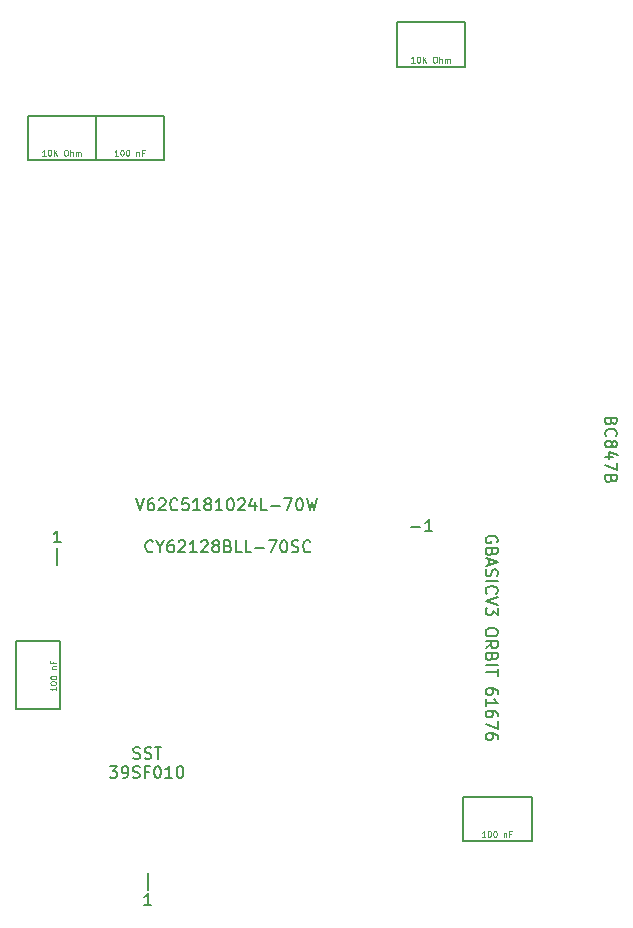
<source format=gbr>
%TF.GenerationSoftware,KiCad,Pcbnew,(6.0.2)*%
%TF.CreationDate,2022-07-10T15:45:18-05:00*%
%TF.ProjectId,REF1395A Optimized,52454631-3339-4354-9120-4f7074696d69,rev?*%
%TF.SameCoordinates,Original*%
%TF.FileFunction,Legend,Top*%
%TF.FilePolarity,Positive*%
%FSLAX46Y46*%
G04 Gerber Fmt 4.6, Leading zero omitted, Abs format (unit mm)*
G04 Created by KiCad (PCBNEW (6.0.2)) date 2022-07-10 15:45:18*
%MOMM*%
%LPD*%
G01*
G04 APERTURE LIST*
%ADD10C,0.150000*%
%ADD11C,0.125000*%
G04 APERTURE END LIST*
D10*
X171248428Y-90124857D02*
X171200809Y-90267714D01*
X171153190Y-90315333D01*
X171057952Y-90362952D01*
X170915095Y-90362952D01*
X170819857Y-90315333D01*
X170772238Y-90267714D01*
X170724619Y-90172476D01*
X170724619Y-89791523D01*
X171724619Y-89791523D01*
X171724619Y-90124857D01*
X171677000Y-90220095D01*
X171629380Y-90267714D01*
X171534142Y-90315333D01*
X171438904Y-90315333D01*
X171343666Y-90267714D01*
X171296047Y-90220095D01*
X171248428Y-90124857D01*
X171248428Y-89791523D01*
X170819857Y-91362952D02*
X170772238Y-91315333D01*
X170724619Y-91172476D01*
X170724619Y-91077238D01*
X170772238Y-90934380D01*
X170867476Y-90839142D01*
X170962714Y-90791523D01*
X171153190Y-90743904D01*
X171296047Y-90743904D01*
X171486523Y-90791523D01*
X171581761Y-90839142D01*
X171677000Y-90934380D01*
X171724619Y-91077238D01*
X171724619Y-91172476D01*
X171677000Y-91315333D01*
X171629380Y-91362952D01*
X171296047Y-91934380D02*
X171343666Y-91839142D01*
X171391285Y-91791523D01*
X171486523Y-91743904D01*
X171534142Y-91743904D01*
X171629380Y-91791523D01*
X171677000Y-91839142D01*
X171724619Y-91934380D01*
X171724619Y-92124857D01*
X171677000Y-92220095D01*
X171629380Y-92267714D01*
X171534142Y-92315333D01*
X171486523Y-92315333D01*
X171391285Y-92267714D01*
X171343666Y-92220095D01*
X171296047Y-92124857D01*
X171296047Y-91934380D01*
X171248428Y-91839142D01*
X171200809Y-91791523D01*
X171105571Y-91743904D01*
X170915095Y-91743904D01*
X170819857Y-91791523D01*
X170772238Y-91839142D01*
X170724619Y-91934380D01*
X170724619Y-92124857D01*
X170772238Y-92220095D01*
X170819857Y-92267714D01*
X170915095Y-92315333D01*
X171105571Y-92315333D01*
X171200809Y-92267714D01*
X171248428Y-92220095D01*
X171296047Y-92124857D01*
X171391285Y-93172476D02*
X170724619Y-93172476D01*
X171772238Y-92934380D02*
X171057952Y-92696285D01*
X171057952Y-93315333D01*
X171724619Y-93601047D02*
X171724619Y-94267714D01*
X170724619Y-93839142D01*
X171248428Y-94982000D02*
X171200809Y-95124857D01*
X171153190Y-95172476D01*
X171057952Y-95220095D01*
X170915095Y-95220095D01*
X170819857Y-95172476D01*
X170772238Y-95124857D01*
X170724619Y-95029619D01*
X170724619Y-94648666D01*
X171724619Y-94648666D01*
X171724619Y-94982000D01*
X171677000Y-95077238D01*
X171629380Y-95124857D01*
X171534142Y-95172476D01*
X171438904Y-95172476D01*
X171343666Y-95124857D01*
X171296047Y-95077238D01*
X171248428Y-94982000D01*
X171248428Y-94648666D01*
X158694000Y-121889000D02*
X164498000Y-121889000D01*
X164498000Y-121889000D02*
X164498000Y-125619000D01*
X164498000Y-125619000D02*
X158694000Y-125619000D01*
X158694000Y-125619000D02*
X158694000Y-121889000D01*
D11*
X160577714Y-125288190D02*
X160292000Y-125288190D01*
X160434857Y-125288190D02*
X160434857Y-124788190D01*
X160387238Y-124859619D01*
X160339619Y-124907238D01*
X160292000Y-124931047D01*
X160887238Y-124788190D02*
X160934857Y-124788190D01*
X160982476Y-124812000D01*
X161006285Y-124835809D01*
X161030095Y-124883428D01*
X161053904Y-124978666D01*
X161053904Y-125097714D01*
X161030095Y-125192952D01*
X161006285Y-125240571D01*
X160982476Y-125264380D01*
X160934857Y-125288190D01*
X160887238Y-125288190D01*
X160839619Y-125264380D01*
X160815809Y-125240571D01*
X160792000Y-125192952D01*
X160768190Y-125097714D01*
X160768190Y-124978666D01*
X160792000Y-124883428D01*
X160815809Y-124835809D01*
X160839619Y-124812000D01*
X160887238Y-124788190D01*
X161363428Y-124788190D02*
X161411047Y-124788190D01*
X161458666Y-124812000D01*
X161482476Y-124835809D01*
X161506285Y-124883428D01*
X161530095Y-124978666D01*
X161530095Y-125097714D01*
X161506285Y-125192952D01*
X161482476Y-125240571D01*
X161458666Y-125264380D01*
X161411047Y-125288190D01*
X161363428Y-125288190D01*
X161315809Y-125264380D01*
X161292000Y-125240571D01*
X161268190Y-125192952D01*
X161244380Y-125097714D01*
X161244380Y-124978666D01*
X161268190Y-124883428D01*
X161292000Y-124835809D01*
X161315809Y-124812000D01*
X161363428Y-124788190D01*
X162125333Y-124954857D02*
X162125333Y-125288190D01*
X162125333Y-125002476D02*
X162149142Y-124978666D01*
X162196761Y-124954857D01*
X162268190Y-124954857D01*
X162315809Y-124978666D01*
X162339619Y-125026285D01*
X162339619Y-125288190D01*
X162744380Y-125026285D02*
X162577714Y-125026285D01*
X162577714Y-125288190D02*
X162577714Y-124788190D01*
X162815809Y-124788190D01*
D10*
X120833000Y-114497000D02*
X124563000Y-114497000D01*
X124563000Y-114497000D02*
X124563000Y-108693000D01*
X124563000Y-108693000D02*
X120833000Y-108693000D01*
X120833000Y-108693000D02*
X120833000Y-114497000D01*
D11*
X124232190Y-112613285D02*
X124232190Y-112899000D01*
X124232190Y-112756142D02*
X123732190Y-112756142D01*
X123803619Y-112803761D01*
X123851238Y-112851380D01*
X123875047Y-112899000D01*
X123732190Y-112303761D02*
X123732190Y-112256142D01*
X123756000Y-112208523D01*
X123779809Y-112184714D01*
X123827428Y-112160904D01*
X123922666Y-112137095D01*
X124041714Y-112137095D01*
X124136952Y-112160904D01*
X124184571Y-112184714D01*
X124208380Y-112208523D01*
X124232190Y-112256142D01*
X124232190Y-112303761D01*
X124208380Y-112351380D01*
X124184571Y-112375190D01*
X124136952Y-112399000D01*
X124041714Y-112422809D01*
X123922666Y-112422809D01*
X123827428Y-112399000D01*
X123779809Y-112375190D01*
X123756000Y-112351380D01*
X123732190Y-112303761D01*
X123732190Y-111827571D02*
X123732190Y-111779952D01*
X123756000Y-111732333D01*
X123779809Y-111708523D01*
X123827428Y-111684714D01*
X123922666Y-111660904D01*
X124041714Y-111660904D01*
X124136952Y-111684714D01*
X124184571Y-111708523D01*
X124208380Y-111732333D01*
X124232190Y-111779952D01*
X124232190Y-111827571D01*
X124208380Y-111875190D01*
X124184571Y-111899000D01*
X124136952Y-111922809D01*
X124041714Y-111946619D01*
X123922666Y-111946619D01*
X123827428Y-111922809D01*
X123779809Y-111899000D01*
X123756000Y-111875190D01*
X123732190Y-111827571D01*
X123898857Y-111065666D02*
X124232190Y-111065666D01*
X123946476Y-111065666D02*
X123922666Y-111041857D01*
X123898857Y-110994238D01*
X123898857Y-110922809D01*
X123922666Y-110875190D01*
X123970285Y-110851380D01*
X124232190Y-110851380D01*
X123970285Y-110446619D02*
X123970285Y-110613285D01*
X124232190Y-110613285D02*
X123732190Y-110613285D01*
X123732190Y-110375190D01*
D10*
X158838000Y-56335000D02*
X153080000Y-56335000D01*
X153080000Y-56335000D02*
X153080000Y-60080000D01*
X153080000Y-60080000D02*
X158838000Y-60080000D01*
X158838000Y-60080000D02*
X158838000Y-56335000D01*
D11*
X154585857Y-59734190D02*
X154300142Y-59734190D01*
X154443000Y-59734190D02*
X154443000Y-59234190D01*
X154395380Y-59305619D01*
X154347761Y-59353238D01*
X154300142Y-59377047D01*
X154895380Y-59234190D02*
X154943000Y-59234190D01*
X154990619Y-59258000D01*
X155014428Y-59281809D01*
X155038238Y-59329428D01*
X155062047Y-59424666D01*
X155062047Y-59543714D01*
X155038238Y-59638952D01*
X155014428Y-59686571D01*
X154990619Y-59710380D01*
X154943000Y-59734190D01*
X154895380Y-59734190D01*
X154847761Y-59710380D01*
X154823952Y-59686571D01*
X154800142Y-59638952D01*
X154776333Y-59543714D01*
X154776333Y-59424666D01*
X154800142Y-59329428D01*
X154823952Y-59281809D01*
X154847761Y-59258000D01*
X154895380Y-59234190D01*
X155276333Y-59734190D02*
X155276333Y-59234190D01*
X155562047Y-59734190D02*
X155347761Y-59448476D01*
X155562047Y-59234190D02*
X155276333Y-59519904D01*
X156252523Y-59234190D02*
X156347761Y-59234190D01*
X156395380Y-59258000D01*
X156443000Y-59305619D01*
X156466809Y-59400857D01*
X156466809Y-59567523D01*
X156443000Y-59662761D01*
X156395380Y-59710380D01*
X156347761Y-59734190D01*
X156252523Y-59734190D01*
X156204904Y-59710380D01*
X156157285Y-59662761D01*
X156133476Y-59567523D01*
X156133476Y-59400857D01*
X156157285Y-59305619D01*
X156204904Y-59258000D01*
X156252523Y-59234190D01*
X156681095Y-59734190D02*
X156681095Y-59234190D01*
X156895380Y-59734190D02*
X156895380Y-59472285D01*
X156871571Y-59424666D01*
X156823952Y-59400857D01*
X156752523Y-59400857D01*
X156704904Y-59424666D01*
X156681095Y-59448476D01*
X157133476Y-59734190D02*
X157133476Y-59400857D01*
X157133476Y-59448476D02*
X157157285Y-59424666D01*
X157204904Y-59400857D01*
X157276333Y-59400857D01*
X157323952Y-59424666D01*
X157347761Y-59472285D01*
X157347761Y-59734190D01*
X157347761Y-59472285D02*
X157371571Y-59424666D01*
X157419190Y-59400857D01*
X157490619Y-59400857D01*
X157538238Y-59424666D01*
X157562047Y-59472285D01*
X157562047Y-59734190D01*
D10*
X127593000Y-64225000D02*
X121835000Y-64225000D01*
X121835000Y-64225000D02*
X121835000Y-67970000D01*
X121835000Y-67970000D02*
X127593000Y-67970000D01*
X127593000Y-67970000D02*
X127593000Y-64225000D01*
X127593000Y-64225000D02*
X133397000Y-64225000D01*
X133397000Y-64225000D02*
X133397000Y-67955000D01*
X133397000Y-67955000D02*
X127593000Y-67955000D01*
X127593000Y-67955000D02*
X127593000Y-64225000D01*
D11*
X129476714Y-67624190D02*
X129191000Y-67624190D01*
X129333857Y-67624190D02*
X129333857Y-67124190D01*
X129286238Y-67195619D01*
X129238619Y-67243238D01*
X129191000Y-67267047D01*
X129786238Y-67124190D02*
X129833857Y-67124190D01*
X129881476Y-67148000D01*
X129905285Y-67171809D01*
X129929095Y-67219428D01*
X129952904Y-67314666D01*
X129952904Y-67433714D01*
X129929095Y-67528952D01*
X129905285Y-67576571D01*
X129881476Y-67600380D01*
X129833857Y-67624190D01*
X129786238Y-67624190D01*
X129738619Y-67600380D01*
X129714809Y-67576571D01*
X129691000Y-67528952D01*
X129667190Y-67433714D01*
X129667190Y-67314666D01*
X129691000Y-67219428D01*
X129714809Y-67171809D01*
X129738619Y-67148000D01*
X129786238Y-67124190D01*
X130262428Y-67124190D02*
X130310047Y-67124190D01*
X130357666Y-67148000D01*
X130381476Y-67171809D01*
X130405285Y-67219428D01*
X130429095Y-67314666D01*
X130429095Y-67433714D01*
X130405285Y-67528952D01*
X130381476Y-67576571D01*
X130357666Y-67600380D01*
X130310047Y-67624190D01*
X130262428Y-67624190D01*
X130214809Y-67600380D01*
X130191000Y-67576571D01*
X130167190Y-67528952D01*
X130143380Y-67433714D01*
X130143380Y-67314666D01*
X130167190Y-67219428D01*
X130191000Y-67171809D01*
X130214809Y-67148000D01*
X130262428Y-67124190D01*
X131024333Y-67290857D02*
X131024333Y-67624190D01*
X131024333Y-67338476D02*
X131048142Y-67314666D01*
X131095761Y-67290857D01*
X131167190Y-67290857D01*
X131214809Y-67314666D01*
X131238619Y-67362285D01*
X131238619Y-67624190D01*
X131643380Y-67362285D02*
X131476714Y-67362285D01*
X131476714Y-67624190D02*
X131476714Y-67124190D01*
X131714809Y-67124190D01*
X123340857Y-67624190D02*
X123055142Y-67624190D01*
X123198000Y-67624190D02*
X123198000Y-67124190D01*
X123150380Y-67195619D01*
X123102761Y-67243238D01*
X123055142Y-67267047D01*
X123650380Y-67124190D02*
X123698000Y-67124190D01*
X123745619Y-67148000D01*
X123769428Y-67171809D01*
X123793238Y-67219428D01*
X123817047Y-67314666D01*
X123817047Y-67433714D01*
X123793238Y-67528952D01*
X123769428Y-67576571D01*
X123745619Y-67600380D01*
X123698000Y-67624190D01*
X123650380Y-67624190D01*
X123602761Y-67600380D01*
X123578952Y-67576571D01*
X123555142Y-67528952D01*
X123531333Y-67433714D01*
X123531333Y-67314666D01*
X123555142Y-67219428D01*
X123578952Y-67171809D01*
X123602761Y-67148000D01*
X123650380Y-67124190D01*
X124031333Y-67624190D02*
X124031333Y-67124190D01*
X124317047Y-67624190D02*
X124102761Y-67338476D01*
X124317047Y-67124190D02*
X124031333Y-67409904D01*
X125007523Y-67124190D02*
X125102761Y-67124190D01*
X125150380Y-67148000D01*
X125198000Y-67195619D01*
X125221809Y-67290857D01*
X125221809Y-67457523D01*
X125198000Y-67552761D01*
X125150380Y-67600380D01*
X125102761Y-67624190D01*
X125007523Y-67624190D01*
X124959904Y-67600380D01*
X124912285Y-67552761D01*
X124888476Y-67457523D01*
X124888476Y-67290857D01*
X124912285Y-67195619D01*
X124959904Y-67148000D01*
X125007523Y-67124190D01*
X125436095Y-67624190D02*
X125436095Y-67124190D01*
X125650380Y-67624190D02*
X125650380Y-67362285D01*
X125626571Y-67314666D01*
X125578952Y-67290857D01*
X125507523Y-67290857D01*
X125459904Y-67314666D01*
X125436095Y-67338476D01*
X125888476Y-67624190D02*
X125888476Y-67290857D01*
X125888476Y-67338476D02*
X125912285Y-67314666D01*
X125959904Y-67290857D01*
X126031333Y-67290857D01*
X126078952Y-67314666D01*
X126102761Y-67362285D01*
X126102761Y-67624190D01*
X126102761Y-67362285D02*
X126126571Y-67314666D01*
X126174190Y-67290857D01*
X126245619Y-67290857D01*
X126293238Y-67314666D01*
X126317047Y-67362285D01*
X126317047Y-67624190D01*
D10*
X130770142Y-118645761D02*
X130913000Y-118693380D01*
X131151095Y-118693380D01*
X131246333Y-118645761D01*
X131293952Y-118598142D01*
X131341571Y-118502904D01*
X131341571Y-118407666D01*
X131293952Y-118312428D01*
X131246333Y-118264809D01*
X131151095Y-118217190D01*
X130960619Y-118169571D01*
X130865380Y-118121952D01*
X130817761Y-118074333D01*
X130770142Y-117979095D01*
X130770142Y-117883857D01*
X130817761Y-117788619D01*
X130865380Y-117741000D01*
X130960619Y-117693380D01*
X131198714Y-117693380D01*
X131341571Y-117741000D01*
X131722523Y-118645761D02*
X131865380Y-118693380D01*
X132103476Y-118693380D01*
X132198714Y-118645761D01*
X132246333Y-118598142D01*
X132293952Y-118502904D01*
X132293952Y-118407666D01*
X132246333Y-118312428D01*
X132198714Y-118264809D01*
X132103476Y-118217190D01*
X131913000Y-118169571D01*
X131817761Y-118121952D01*
X131770142Y-118074333D01*
X131722523Y-117979095D01*
X131722523Y-117883857D01*
X131770142Y-117788619D01*
X131817761Y-117741000D01*
X131913000Y-117693380D01*
X132151095Y-117693380D01*
X132293952Y-117741000D01*
X132579666Y-117693380D02*
X133151095Y-117693380D01*
X132865380Y-118693380D02*
X132865380Y-117693380D01*
X128770142Y-119303380D02*
X129389190Y-119303380D01*
X129055857Y-119684333D01*
X129198714Y-119684333D01*
X129293952Y-119731952D01*
X129341571Y-119779571D01*
X129389190Y-119874809D01*
X129389190Y-120112904D01*
X129341571Y-120208142D01*
X129293952Y-120255761D01*
X129198714Y-120303380D01*
X128913000Y-120303380D01*
X128817761Y-120255761D01*
X128770142Y-120208142D01*
X129865380Y-120303380D02*
X130055857Y-120303380D01*
X130151095Y-120255761D01*
X130198714Y-120208142D01*
X130293952Y-120065285D01*
X130341571Y-119874809D01*
X130341571Y-119493857D01*
X130293952Y-119398619D01*
X130246333Y-119351000D01*
X130151095Y-119303380D01*
X129960619Y-119303380D01*
X129865380Y-119351000D01*
X129817761Y-119398619D01*
X129770142Y-119493857D01*
X129770142Y-119731952D01*
X129817761Y-119827190D01*
X129865380Y-119874809D01*
X129960619Y-119922428D01*
X130151095Y-119922428D01*
X130246333Y-119874809D01*
X130293952Y-119827190D01*
X130341571Y-119731952D01*
X130722523Y-120255761D02*
X130865380Y-120303380D01*
X131103476Y-120303380D01*
X131198714Y-120255761D01*
X131246333Y-120208142D01*
X131293952Y-120112904D01*
X131293952Y-120017666D01*
X131246333Y-119922428D01*
X131198714Y-119874809D01*
X131103476Y-119827190D01*
X130913000Y-119779571D01*
X130817761Y-119731952D01*
X130770142Y-119684333D01*
X130722523Y-119589095D01*
X130722523Y-119493857D01*
X130770142Y-119398619D01*
X130817761Y-119351000D01*
X130913000Y-119303380D01*
X131151095Y-119303380D01*
X131293952Y-119351000D01*
X132055857Y-119779571D02*
X131722523Y-119779571D01*
X131722523Y-120303380D02*
X131722523Y-119303380D01*
X132198714Y-119303380D01*
X132770142Y-119303380D02*
X132865380Y-119303380D01*
X132960619Y-119351000D01*
X133008238Y-119398619D01*
X133055857Y-119493857D01*
X133103476Y-119684333D01*
X133103476Y-119922428D01*
X133055857Y-120112904D01*
X133008238Y-120208142D01*
X132960619Y-120255761D01*
X132865380Y-120303380D01*
X132770142Y-120303380D01*
X132674904Y-120255761D01*
X132627285Y-120208142D01*
X132579666Y-120112904D01*
X132532047Y-119922428D01*
X132532047Y-119684333D01*
X132579666Y-119493857D01*
X132627285Y-119398619D01*
X132674904Y-119351000D01*
X132770142Y-119303380D01*
X134055857Y-120303380D02*
X133484428Y-120303380D01*
X133770142Y-120303380D02*
X133770142Y-119303380D01*
X133674904Y-119446238D01*
X133579666Y-119541476D01*
X133484428Y-119589095D01*
X134674904Y-119303380D02*
X134770142Y-119303380D01*
X134865380Y-119351000D01*
X134913000Y-119398619D01*
X134960619Y-119493857D01*
X135008238Y-119684333D01*
X135008238Y-119922428D01*
X134960619Y-120112904D01*
X134913000Y-120208142D01*
X134865380Y-120255761D01*
X134770142Y-120303380D01*
X134674904Y-120303380D01*
X134579666Y-120255761D01*
X134532047Y-120208142D01*
X134484428Y-120112904D01*
X134436809Y-119922428D01*
X134436809Y-119684333D01*
X134484428Y-119493857D01*
X134532047Y-119398619D01*
X134579666Y-119351000D01*
X134674904Y-119303380D01*
X131998000Y-129784714D02*
X131998000Y-128356142D01*
X132283714Y-131061380D02*
X131712285Y-131061380D01*
X131998000Y-131061380D02*
X131998000Y-130061380D01*
X131902761Y-130204238D01*
X131807523Y-130299476D01*
X131712285Y-130347095D01*
X154310857Y-99036428D02*
X155072761Y-99036428D01*
X156072761Y-99417380D02*
X155501333Y-99417380D01*
X155787047Y-99417380D02*
X155787047Y-98417380D01*
X155691809Y-98560238D01*
X155596571Y-98655476D01*
X155501333Y-98703095D01*
X124605714Y-100354380D02*
X124034285Y-100354380D01*
X124320000Y-100354380D02*
X124320000Y-99354380D01*
X124224761Y-99497238D01*
X124129523Y-99592476D01*
X124034285Y-99640095D01*
X124320000Y-102297714D02*
X124320000Y-100869142D01*
X132415857Y-101099142D02*
X132368238Y-101146761D01*
X132225380Y-101194380D01*
X132130142Y-101194380D01*
X131987285Y-101146761D01*
X131892047Y-101051523D01*
X131844428Y-100956285D01*
X131796809Y-100765809D01*
X131796809Y-100622952D01*
X131844428Y-100432476D01*
X131892047Y-100337238D01*
X131987285Y-100242000D01*
X132130142Y-100194380D01*
X132225380Y-100194380D01*
X132368238Y-100242000D01*
X132415857Y-100289619D01*
X133034904Y-100718190D02*
X133034904Y-101194380D01*
X132701571Y-100194380D02*
X133034904Y-100718190D01*
X133368238Y-100194380D01*
X134130142Y-100194380D02*
X133939666Y-100194380D01*
X133844428Y-100242000D01*
X133796809Y-100289619D01*
X133701571Y-100432476D01*
X133653952Y-100622952D01*
X133653952Y-101003904D01*
X133701571Y-101099142D01*
X133749190Y-101146761D01*
X133844428Y-101194380D01*
X134034904Y-101194380D01*
X134130142Y-101146761D01*
X134177761Y-101099142D01*
X134225380Y-101003904D01*
X134225380Y-100765809D01*
X134177761Y-100670571D01*
X134130142Y-100622952D01*
X134034904Y-100575333D01*
X133844428Y-100575333D01*
X133749190Y-100622952D01*
X133701571Y-100670571D01*
X133653952Y-100765809D01*
X134606333Y-100289619D02*
X134653952Y-100242000D01*
X134749190Y-100194380D01*
X134987285Y-100194380D01*
X135082523Y-100242000D01*
X135130142Y-100289619D01*
X135177761Y-100384857D01*
X135177761Y-100480095D01*
X135130142Y-100622952D01*
X134558714Y-101194380D01*
X135177761Y-101194380D01*
X136130142Y-101194380D02*
X135558714Y-101194380D01*
X135844428Y-101194380D02*
X135844428Y-100194380D01*
X135749190Y-100337238D01*
X135653952Y-100432476D01*
X135558714Y-100480095D01*
X136511095Y-100289619D02*
X136558714Y-100242000D01*
X136653952Y-100194380D01*
X136892047Y-100194380D01*
X136987285Y-100242000D01*
X137034904Y-100289619D01*
X137082523Y-100384857D01*
X137082523Y-100480095D01*
X137034904Y-100622952D01*
X136463476Y-101194380D01*
X137082523Y-101194380D01*
X137653952Y-100622952D02*
X137558714Y-100575333D01*
X137511095Y-100527714D01*
X137463476Y-100432476D01*
X137463476Y-100384857D01*
X137511095Y-100289619D01*
X137558714Y-100242000D01*
X137653952Y-100194380D01*
X137844428Y-100194380D01*
X137939666Y-100242000D01*
X137987285Y-100289619D01*
X138034904Y-100384857D01*
X138034904Y-100432476D01*
X137987285Y-100527714D01*
X137939666Y-100575333D01*
X137844428Y-100622952D01*
X137653952Y-100622952D01*
X137558714Y-100670571D01*
X137511095Y-100718190D01*
X137463476Y-100813428D01*
X137463476Y-101003904D01*
X137511095Y-101099142D01*
X137558714Y-101146761D01*
X137653952Y-101194380D01*
X137844428Y-101194380D01*
X137939666Y-101146761D01*
X137987285Y-101099142D01*
X138034904Y-101003904D01*
X138034904Y-100813428D01*
X137987285Y-100718190D01*
X137939666Y-100670571D01*
X137844428Y-100622952D01*
X138796809Y-100670571D02*
X138939666Y-100718190D01*
X138987285Y-100765809D01*
X139034904Y-100861047D01*
X139034904Y-101003904D01*
X138987285Y-101099142D01*
X138939666Y-101146761D01*
X138844428Y-101194380D01*
X138463476Y-101194380D01*
X138463476Y-100194380D01*
X138796809Y-100194380D01*
X138892047Y-100242000D01*
X138939666Y-100289619D01*
X138987285Y-100384857D01*
X138987285Y-100480095D01*
X138939666Y-100575333D01*
X138892047Y-100622952D01*
X138796809Y-100670571D01*
X138463476Y-100670571D01*
X139939666Y-101194380D02*
X139463476Y-101194380D01*
X139463476Y-100194380D01*
X140749190Y-101194380D02*
X140273000Y-101194380D01*
X140273000Y-100194380D01*
X141082523Y-100813428D02*
X141844428Y-100813428D01*
X142225380Y-100194380D02*
X142892047Y-100194380D01*
X142463476Y-101194380D01*
X143463476Y-100194380D02*
X143558714Y-100194380D01*
X143653952Y-100242000D01*
X143701571Y-100289619D01*
X143749190Y-100384857D01*
X143796809Y-100575333D01*
X143796809Y-100813428D01*
X143749190Y-101003904D01*
X143701571Y-101099142D01*
X143653952Y-101146761D01*
X143558714Y-101194380D01*
X143463476Y-101194380D01*
X143368238Y-101146761D01*
X143320619Y-101099142D01*
X143273000Y-101003904D01*
X143225380Y-100813428D01*
X143225380Y-100575333D01*
X143273000Y-100384857D01*
X143320619Y-100289619D01*
X143368238Y-100242000D01*
X143463476Y-100194380D01*
X144177761Y-101146761D02*
X144320619Y-101194380D01*
X144558714Y-101194380D01*
X144653952Y-101146761D01*
X144701571Y-101099142D01*
X144749190Y-101003904D01*
X144749190Y-100908666D01*
X144701571Y-100813428D01*
X144653952Y-100765809D01*
X144558714Y-100718190D01*
X144368238Y-100670571D01*
X144273000Y-100622952D01*
X144225380Y-100575333D01*
X144177761Y-100480095D01*
X144177761Y-100384857D01*
X144225380Y-100289619D01*
X144273000Y-100242000D01*
X144368238Y-100194380D01*
X144606333Y-100194380D01*
X144749190Y-100242000D01*
X145749190Y-101099142D02*
X145701571Y-101146761D01*
X145558714Y-101194380D01*
X145463476Y-101194380D01*
X145320619Y-101146761D01*
X145225380Y-101051523D01*
X145177761Y-100956285D01*
X145130142Y-100765809D01*
X145130142Y-100622952D01*
X145177761Y-100432476D01*
X145225380Y-100337238D01*
X145320619Y-100242000D01*
X145463476Y-100194380D01*
X145558714Y-100194380D01*
X145701571Y-100242000D01*
X145749190Y-100289619D01*
%TO.C,U3*%
X161556000Y-100357571D02*
X161603619Y-100262333D01*
X161603619Y-100119476D01*
X161556000Y-99976619D01*
X161460761Y-99881380D01*
X161365523Y-99833761D01*
X161175047Y-99786142D01*
X161032190Y-99786142D01*
X160841714Y-99833761D01*
X160746476Y-99881380D01*
X160651238Y-99976619D01*
X160603619Y-100119476D01*
X160603619Y-100214714D01*
X160651238Y-100357571D01*
X160698857Y-100405190D01*
X161032190Y-100405190D01*
X161032190Y-100214714D01*
X161127428Y-101167095D02*
X161079809Y-101309952D01*
X161032190Y-101357571D01*
X160936952Y-101405190D01*
X160794095Y-101405190D01*
X160698857Y-101357571D01*
X160651238Y-101309952D01*
X160603619Y-101214714D01*
X160603619Y-100833761D01*
X161603619Y-100833761D01*
X161603619Y-101167095D01*
X161556000Y-101262333D01*
X161508380Y-101309952D01*
X161413142Y-101357571D01*
X161317904Y-101357571D01*
X161222666Y-101309952D01*
X161175047Y-101262333D01*
X161127428Y-101167095D01*
X161127428Y-100833761D01*
X160889333Y-101786142D02*
X160889333Y-102262333D01*
X160603619Y-101690904D02*
X161603619Y-102024238D01*
X160603619Y-102357571D01*
X160651238Y-102643285D02*
X160603619Y-102786142D01*
X160603619Y-103024238D01*
X160651238Y-103119476D01*
X160698857Y-103167095D01*
X160794095Y-103214714D01*
X160889333Y-103214714D01*
X160984571Y-103167095D01*
X161032190Y-103119476D01*
X161079809Y-103024238D01*
X161127428Y-102833761D01*
X161175047Y-102738523D01*
X161222666Y-102690904D01*
X161317904Y-102643285D01*
X161413142Y-102643285D01*
X161508380Y-102690904D01*
X161556000Y-102738523D01*
X161603619Y-102833761D01*
X161603619Y-103071857D01*
X161556000Y-103214714D01*
X160603619Y-103643285D02*
X161603619Y-103643285D01*
X160698857Y-104690904D02*
X160651238Y-104643285D01*
X160603619Y-104500428D01*
X160603619Y-104405190D01*
X160651238Y-104262333D01*
X160746476Y-104167095D01*
X160841714Y-104119476D01*
X161032190Y-104071857D01*
X161175047Y-104071857D01*
X161365523Y-104119476D01*
X161460761Y-104167095D01*
X161556000Y-104262333D01*
X161603619Y-104405190D01*
X161603619Y-104500428D01*
X161556000Y-104643285D01*
X161508380Y-104690904D01*
X161603619Y-104976619D02*
X160603619Y-105309952D01*
X161603619Y-105643285D01*
X161603619Y-105881380D02*
X161603619Y-106500428D01*
X161222666Y-106167095D01*
X161222666Y-106309952D01*
X161175047Y-106405190D01*
X161127428Y-106452809D01*
X161032190Y-106500428D01*
X160794095Y-106500428D01*
X160698857Y-106452809D01*
X160651238Y-106405190D01*
X160603619Y-106309952D01*
X160603619Y-106024238D01*
X160651238Y-105929000D01*
X160698857Y-105881380D01*
X161603619Y-107881380D02*
X161603619Y-108071857D01*
X161556000Y-108167095D01*
X161460761Y-108262333D01*
X161270285Y-108309952D01*
X160936952Y-108309952D01*
X160746476Y-108262333D01*
X160651238Y-108167095D01*
X160603619Y-108071857D01*
X160603619Y-107881380D01*
X160651238Y-107786142D01*
X160746476Y-107690904D01*
X160936952Y-107643285D01*
X161270285Y-107643285D01*
X161460761Y-107690904D01*
X161556000Y-107786142D01*
X161603619Y-107881380D01*
X160603619Y-109309952D02*
X161079809Y-108976619D01*
X160603619Y-108738523D02*
X161603619Y-108738523D01*
X161603619Y-109119476D01*
X161556000Y-109214714D01*
X161508380Y-109262333D01*
X161413142Y-109309952D01*
X161270285Y-109309952D01*
X161175047Y-109262333D01*
X161127428Y-109214714D01*
X161079809Y-109119476D01*
X161079809Y-108738523D01*
X161127428Y-110071857D02*
X161079809Y-110214714D01*
X161032190Y-110262333D01*
X160936952Y-110309952D01*
X160794095Y-110309952D01*
X160698857Y-110262333D01*
X160651238Y-110214714D01*
X160603619Y-110119476D01*
X160603619Y-109738523D01*
X161603619Y-109738523D01*
X161603619Y-110071857D01*
X161556000Y-110167095D01*
X161508380Y-110214714D01*
X161413142Y-110262333D01*
X161317904Y-110262333D01*
X161222666Y-110214714D01*
X161175047Y-110167095D01*
X161127428Y-110071857D01*
X161127428Y-109738523D01*
X160603619Y-110738523D02*
X161603619Y-110738523D01*
X161603619Y-111071857D02*
X161603619Y-111643285D01*
X160603619Y-111357571D02*
X161603619Y-111357571D01*
X161603619Y-113167095D02*
X161603619Y-112976619D01*
X161556000Y-112881380D01*
X161508380Y-112833761D01*
X161365523Y-112738523D01*
X161175047Y-112690904D01*
X160794095Y-112690904D01*
X160698857Y-112738523D01*
X160651238Y-112786142D01*
X160603619Y-112881380D01*
X160603619Y-113071857D01*
X160651238Y-113167095D01*
X160698857Y-113214714D01*
X160794095Y-113262333D01*
X161032190Y-113262333D01*
X161127428Y-113214714D01*
X161175047Y-113167095D01*
X161222666Y-113071857D01*
X161222666Y-112881380D01*
X161175047Y-112786142D01*
X161127428Y-112738523D01*
X161032190Y-112690904D01*
X160603619Y-114214714D02*
X160603619Y-113643285D01*
X160603619Y-113929000D02*
X161603619Y-113929000D01*
X161460761Y-113833761D01*
X161365523Y-113738523D01*
X161317904Y-113643285D01*
X161603619Y-115071857D02*
X161603619Y-114881380D01*
X161556000Y-114786142D01*
X161508380Y-114738523D01*
X161365523Y-114643285D01*
X161175047Y-114595666D01*
X160794095Y-114595666D01*
X160698857Y-114643285D01*
X160651238Y-114690904D01*
X160603619Y-114786142D01*
X160603619Y-114976619D01*
X160651238Y-115071857D01*
X160698857Y-115119476D01*
X160794095Y-115167095D01*
X161032190Y-115167095D01*
X161127428Y-115119476D01*
X161175047Y-115071857D01*
X161222666Y-114976619D01*
X161222666Y-114786142D01*
X161175047Y-114690904D01*
X161127428Y-114643285D01*
X161032190Y-114595666D01*
X161603619Y-115500428D02*
X161603619Y-116167095D01*
X160603619Y-115738523D01*
X161603619Y-116976619D02*
X161603619Y-116786142D01*
X161556000Y-116690904D01*
X161508380Y-116643285D01*
X161365523Y-116548047D01*
X161175047Y-116500428D01*
X160794095Y-116500428D01*
X160698857Y-116548047D01*
X160651238Y-116595666D01*
X160603619Y-116690904D01*
X160603619Y-116881380D01*
X160651238Y-116976619D01*
X160698857Y-117024238D01*
X160794095Y-117071857D01*
X161032190Y-117071857D01*
X161127428Y-117024238D01*
X161175047Y-116976619D01*
X161222666Y-116881380D01*
X161222666Y-116690904D01*
X161175047Y-116595666D01*
X161127428Y-116548047D01*
X161032190Y-116500428D01*
%TO.C,U2*%
X131027333Y-96639380D02*
X131360666Y-97639380D01*
X131694000Y-96639380D01*
X132455904Y-96639380D02*
X132265428Y-96639380D01*
X132170190Y-96687000D01*
X132122571Y-96734619D01*
X132027333Y-96877476D01*
X131979714Y-97067952D01*
X131979714Y-97448904D01*
X132027333Y-97544142D01*
X132074952Y-97591761D01*
X132170190Y-97639380D01*
X132360666Y-97639380D01*
X132455904Y-97591761D01*
X132503523Y-97544142D01*
X132551142Y-97448904D01*
X132551142Y-97210809D01*
X132503523Y-97115571D01*
X132455904Y-97067952D01*
X132360666Y-97020333D01*
X132170190Y-97020333D01*
X132074952Y-97067952D01*
X132027333Y-97115571D01*
X131979714Y-97210809D01*
X132932095Y-96734619D02*
X132979714Y-96687000D01*
X133074952Y-96639380D01*
X133313047Y-96639380D01*
X133408285Y-96687000D01*
X133455904Y-96734619D01*
X133503523Y-96829857D01*
X133503523Y-96925095D01*
X133455904Y-97067952D01*
X132884476Y-97639380D01*
X133503523Y-97639380D01*
X134503523Y-97544142D02*
X134455904Y-97591761D01*
X134313047Y-97639380D01*
X134217809Y-97639380D01*
X134074952Y-97591761D01*
X133979714Y-97496523D01*
X133932095Y-97401285D01*
X133884476Y-97210809D01*
X133884476Y-97067952D01*
X133932095Y-96877476D01*
X133979714Y-96782238D01*
X134074952Y-96687000D01*
X134217809Y-96639380D01*
X134313047Y-96639380D01*
X134455904Y-96687000D01*
X134503523Y-96734619D01*
X135408285Y-96639380D02*
X134932095Y-96639380D01*
X134884476Y-97115571D01*
X134932095Y-97067952D01*
X135027333Y-97020333D01*
X135265428Y-97020333D01*
X135360666Y-97067952D01*
X135408285Y-97115571D01*
X135455904Y-97210809D01*
X135455904Y-97448904D01*
X135408285Y-97544142D01*
X135360666Y-97591761D01*
X135265428Y-97639380D01*
X135027333Y-97639380D01*
X134932095Y-97591761D01*
X134884476Y-97544142D01*
X136408285Y-97639380D02*
X135836857Y-97639380D01*
X136122571Y-97639380D02*
X136122571Y-96639380D01*
X136027333Y-96782238D01*
X135932095Y-96877476D01*
X135836857Y-96925095D01*
X136979714Y-97067952D02*
X136884476Y-97020333D01*
X136836857Y-96972714D01*
X136789238Y-96877476D01*
X136789238Y-96829857D01*
X136836857Y-96734619D01*
X136884476Y-96687000D01*
X136979714Y-96639380D01*
X137170190Y-96639380D01*
X137265428Y-96687000D01*
X137313047Y-96734619D01*
X137360666Y-96829857D01*
X137360666Y-96877476D01*
X137313047Y-96972714D01*
X137265428Y-97020333D01*
X137170190Y-97067952D01*
X136979714Y-97067952D01*
X136884476Y-97115571D01*
X136836857Y-97163190D01*
X136789238Y-97258428D01*
X136789238Y-97448904D01*
X136836857Y-97544142D01*
X136884476Y-97591761D01*
X136979714Y-97639380D01*
X137170190Y-97639380D01*
X137265428Y-97591761D01*
X137313047Y-97544142D01*
X137360666Y-97448904D01*
X137360666Y-97258428D01*
X137313047Y-97163190D01*
X137265428Y-97115571D01*
X137170190Y-97067952D01*
X138313047Y-97639380D02*
X137741619Y-97639380D01*
X138027333Y-97639380D02*
X138027333Y-96639380D01*
X137932095Y-96782238D01*
X137836857Y-96877476D01*
X137741619Y-96925095D01*
X138932095Y-96639380D02*
X139027333Y-96639380D01*
X139122571Y-96687000D01*
X139170190Y-96734619D01*
X139217809Y-96829857D01*
X139265428Y-97020333D01*
X139265428Y-97258428D01*
X139217809Y-97448904D01*
X139170190Y-97544142D01*
X139122571Y-97591761D01*
X139027333Y-97639380D01*
X138932095Y-97639380D01*
X138836857Y-97591761D01*
X138789238Y-97544142D01*
X138741619Y-97448904D01*
X138694000Y-97258428D01*
X138694000Y-97020333D01*
X138741619Y-96829857D01*
X138789238Y-96734619D01*
X138836857Y-96687000D01*
X138932095Y-96639380D01*
X139646380Y-96734619D02*
X139694000Y-96687000D01*
X139789238Y-96639380D01*
X140027333Y-96639380D01*
X140122571Y-96687000D01*
X140170190Y-96734619D01*
X140217809Y-96829857D01*
X140217809Y-96925095D01*
X140170190Y-97067952D01*
X139598761Y-97639380D01*
X140217809Y-97639380D01*
X141074952Y-96972714D02*
X141074952Y-97639380D01*
X140836857Y-96591761D02*
X140598761Y-97306047D01*
X141217809Y-97306047D01*
X142074952Y-97639380D02*
X141598761Y-97639380D01*
X141598761Y-96639380D01*
X142408285Y-97258428D02*
X143170190Y-97258428D01*
X143551142Y-96639380D02*
X144217809Y-96639380D01*
X143789238Y-97639380D01*
X144789238Y-96639380D02*
X144884476Y-96639380D01*
X144979714Y-96687000D01*
X145027333Y-96734619D01*
X145074952Y-96829857D01*
X145122571Y-97020333D01*
X145122571Y-97258428D01*
X145074952Y-97448904D01*
X145027333Y-97544142D01*
X144979714Y-97591761D01*
X144884476Y-97639380D01*
X144789238Y-97639380D01*
X144694000Y-97591761D01*
X144646380Y-97544142D01*
X144598761Y-97448904D01*
X144551142Y-97258428D01*
X144551142Y-97020333D01*
X144598761Y-96829857D01*
X144646380Y-96734619D01*
X144694000Y-96687000D01*
X144789238Y-96639380D01*
X145455904Y-96639380D02*
X145694000Y-97639380D01*
X145884476Y-96925095D01*
X146074952Y-97639380D01*
X146313047Y-96639380D01*
%TD*%
M02*

</source>
